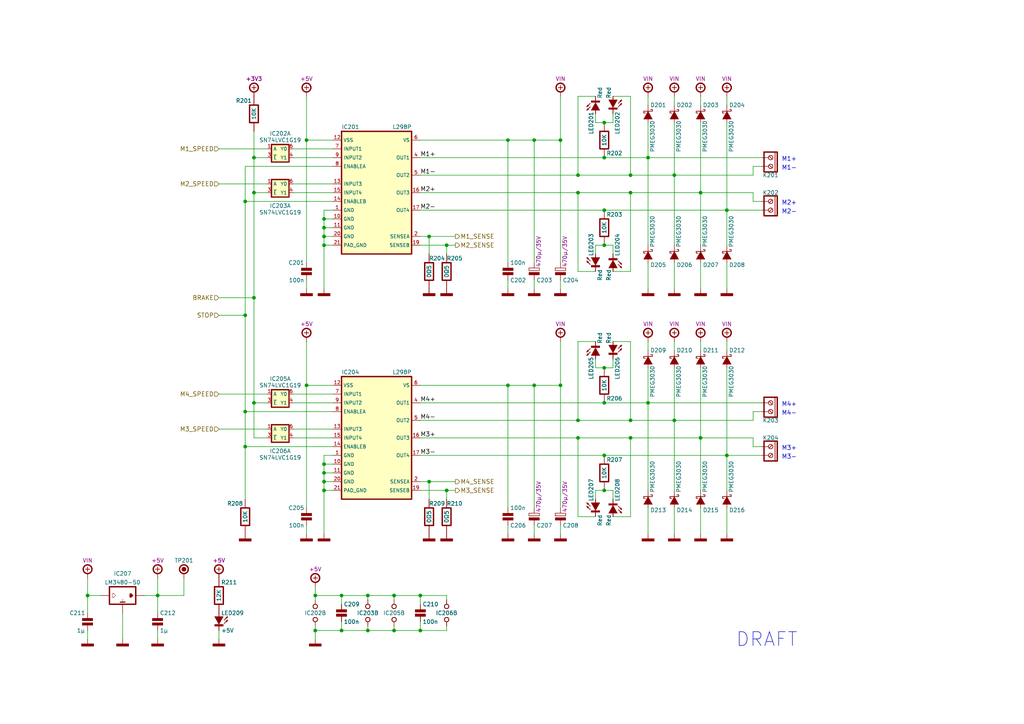
<source format=kicad_sch>
(kicad_sch (version 20211123) (generator eeschema)
  (paper "A4")
  (title_block (title "Motors Driver") (date "01/2022") (rev "A") (comment 1 "TCAR Motor Board - L298P"))
  (junction (at 162.56 111.76) (diameter 0.9144))
  (junction (at 93.98 66.04) (diameter 0.9144))
  (junction (at 129.54 142.24) (diameter 0.9144))
  (junction (at 93.98 63.5))
  (junction (at 93.98 139.7) (diameter 0.9144))
  (junction (at 99.06 182.88) (diameter 0.9144))
  (junction (at 71.12 129.54))
  (junction (at 187.96 116.84) (diameter 0.9144))
  (junction (at 167.64 121.92))
  (junction (at 175.26 45.72) (diameter 0.9144))
  (junction (at 25.4 172.72) (diameter 0.9144))
  (junction (at 71.12 119.38))
  (junction (at 93.98 68.58) (diameter 0.9144))
  (junction (at 93.98 142.24) (diameter 0.9144))
  (junction (at 73.66 116.84) (diameter 0.9144))
  (junction (at 73.66 45.72) (diameter 0.9144))
  (junction (at 73.66 55.88))
  (junction (at 175.26 106.68))
  (junction (at 162.56 40.64) (diameter 0.9144))
  (junction (at 124.46 139.7) (diameter 0.9144))
  (junction (at 182.88 55.88))
  (junction (at 129.54 71.12) (diameter 0.9144))
  (junction (at 195.58 121.92) (diameter 0.9144))
  (junction (at 210.82 60.96) (diameter 0.9144))
  (junction (at 71.12 58.42))
  (junction (at 93.98 71.12) (diameter 0.9144))
  (junction (at 175.26 35.56))
  (junction (at 71.12 91.44))
  (junction (at 210.82 132.08) (diameter 0.9144))
  (junction (at 45.72 172.72) (diameter 0.9144))
  (junction (at 121.92 182.88) (diameter 0.9144))
  (junction (at 106.68 172.72) (diameter 0.9144))
  (junction (at 106.68 182.88) (diameter 0.9144))
  (junction (at 195.58 50.8) (diameter 0.9144))
  (junction (at 93.98 137.16) (diameter 0.9144))
  (junction (at 182.88 121.92))
  (junction (at 121.92 172.72) (diameter 0.9144))
  (junction (at 167.64 55.88))
  (junction (at 114.3 182.88) (diameter 0.9144))
  (junction (at 175.26 71.12))
  (junction (at 91.44 182.88) (diameter 0.9144))
  (junction (at 175.26 142.24))
  (junction (at 182.88 50.8))
  (junction (at 175.26 116.84) (diameter 0.9144))
  (junction (at 114.3 172.72) (diameter 0.9144))
  (junction (at 73.66 86.36))
  (junction (at 203.2 55.88) (diameter 0.9144))
  (junction (at 93.98 134.62))
  (junction (at 91.44 172.72) (diameter 0.9144))
  (junction (at 147.32 40.64) (diameter 0.9144))
  (junction (at 99.06 172.72) (diameter 0.9144))
  (junction (at 175.26 132.08) (diameter 0.9144))
  (junction (at 175.26 60.96) (diameter 0.9144))
  (junction (at 203.2 127) (diameter 0.9144))
  (junction (at 88.9 111.76) (diameter 0.9144))
  (junction (at 88.9 40.64) (diameter 0.9144))
  (junction (at 167.64 127))
  (junction (at 124.46 68.58) (diameter 0.9144))
  (junction (at 187.96 45.72) (diameter 0.9144))
  (junction (at 154.94 40.64) (diameter 0.9144))
  (junction (at 147.32 111.76) (diameter 0.9144))
  (junction (at 154.94 111.76) (diameter 0.9144))
  (junction (at 167.64 50.8))
  (junction (at 182.88 127))
  (wire (pts (xy 121.92 139.7) (xy 124.46 139.7)))
  (wire (pts (xy 210.82 99.06) (xy 210.82 101.6)))
  (wire (pts (xy 187.96 116.84) (xy 220.98 116.84)))
  (wire (pts (xy 172.72 144.78) (xy 172.72 142.24)))
  (wire (pts (xy 172.72 35.56) (xy 175.26 35.56)))
  (wire (pts (xy 162.56 152.4) (xy 162.56 154.94)))
  (wire (pts (xy 167.64 99.06) (xy 172.72 99.06)))
  (wire (pts (xy 167.64 127) (xy 167.64 149.86)))
  (wire (pts (xy 182.88 55.88) (xy 182.88 78.74)))
  (wire (pts (xy 154.94 111.76) (xy 154.94 147.32)))
  (wire (pts (xy 177.8 73.66) (xy 177.8 71.12)))
  (wire (pts (xy 187.96 27.94) (xy 187.96 30.48)))
  (wire (pts (xy 218.44 129.54) (xy 218.44 127)))
  (wire (pts (xy 210.82 147.32) (xy 210.82 154.94)))
  (wire (pts (xy 203.2 35.56) (xy 203.2 55.88)))
  (wire (pts (xy 129.54 172.72) (xy 129.54 173.99)))
  (wire (pts (xy 167.64 50.8) (xy 182.88 50.8)))
  (wire (pts (xy 195.58 50.8) (xy 218.44 50.8)))
  (wire (pts (xy 218.44 48.26) (xy 218.44 50.8)))
  (wire (pts (xy 220.98 48.26) (xy 218.44 48.26)))
  (wire (pts (xy 162.56 99.06) (xy 162.56 111.76)))
  (wire (pts (xy 167.64 27.94) (xy 172.72 27.94)))
  (wire (pts (xy 167.64 121.92) (xy 182.88 121.92)))
  (wire (pts (xy 73.66 55.88) (xy 77.47 55.88)))
  (wire (pts (xy 147.32 111.76) (xy 147.32 147.32)))
  (wire (pts (xy 182.88 27.94) (xy 182.88 50.8)))
  (wire (pts (xy 162.56 81.28) (xy 162.56 83.82)))
  (wire (pts (xy 147.32 81.28) (xy 147.32 83.82)))
  (wire (pts (xy 91.44 182.88) (xy 91.44 185.42)))
  (wire (pts (xy 85.09 127) (xy 96.52 127)))
  (wire (pts (xy 177.8 144.78) (xy 177.8 142.24)))
  (wire (pts (xy 177.8 99.06) (xy 182.88 99.06)))
  (wire (pts (xy 167.64 127) (xy 182.88 127)))
  (wire (pts (xy 93.98 139.7) (xy 96.52 139.7)))
  (wire (pts (xy 195.58 35.56) (xy 195.58 50.8)))
  (wire (pts (xy 121.92 50.8) (xy 167.64 50.8)))
  (wire (pts (xy 121.92 45.72) (xy 175.26 45.72)))
  (wire (pts (xy 175.26 45.72) (xy 187.96 45.72)))
  (wire (pts (xy 187.96 35.56) (xy 187.96 45.72)))
  (wire (pts (xy 154.94 81.28) (xy 154.94 83.82)))
  (wire (pts (xy 203.2 99.06) (xy 203.2 101.6)))
  (wire (pts (xy 195.58 106.68) (xy 195.58 121.92)))
  (wire (pts (xy 63.5 86.36) (xy 73.66 86.36)))
  (wire (pts (xy 106.68 172.72) (xy 106.68 173.99)))
  (wire (pts (xy 53.34 167.64) (xy 53.34 172.72)))
  (wire (pts (xy 147.32 111.76) (xy 154.94 111.76)))
  (wire (pts (xy 162.56 111.76) (xy 162.56 147.32)))
  (wire (pts (xy 45.72 182.88) (xy 45.72 185.42)))
  (wire (pts (xy 124.46 68.58) (xy 124.46 73.66)))
  (wire (pts (xy 203.2 27.94) (xy 203.2 30.48)))
  (wire (pts (xy 124.46 139.7) (xy 132.08 139.7)))
  (wire (pts (xy 210.82 106.68) (xy 210.82 132.08)))
  (wire (pts (xy 167.64 78.74) (xy 172.72 78.74)))
  (wire (pts (xy 73.66 127) (xy 73.66 116.84)))
  (wire (pts (xy 182.88 55.88) (xy 203.2 55.88)))
  (wire (pts (xy 63.5 124.46) (xy 77.47 124.46)))
  (wire (pts (xy 121.92 68.58) (xy 124.46 68.58)))
  (wire (pts (xy 124.46 68.58) (xy 132.08 68.58)))
  (wire (pts (xy 88.9 27.94) (xy 88.9 40.64)))
  (wire (pts (xy 88.9 40.64) (xy 88.9 76.2)))
  (wire (pts (xy 203.2 76.2) (xy 203.2 83.82)))
  (wire (pts (xy 63.5 91.44) (xy 71.12 91.44)))
  (wire (pts (xy 195.58 121.92) (xy 218.44 121.92)))
  (wire (pts (xy 91.44 182.88) (xy 99.06 182.88)))
  (wire (pts (xy 99.06 182.88) (xy 106.68 182.88)))
  (wire (pts (xy 106.68 182.88) (xy 114.3 182.88)))
  (wire (pts (xy 114.3 182.88) (xy 121.92 182.88)))
  (wire (pts (xy 203.2 142.24) (xy 203.2 127)))
  (wire (pts (xy 63.5 53.34) (xy 77.47 53.34)))
  (wire (pts (xy 88.9 81.28) (xy 88.9 83.82)))
  (wire (pts (xy 99.06 172.72) (xy 106.68 172.72)))
  (wire (pts (xy 106.68 172.72) (xy 114.3 172.72)))
  (wire (pts (xy 114.3 172.72) (xy 121.92 172.72)))
  (wire (pts (xy 121.92 172.72) (xy 129.54 172.72)))
  (wire (pts (xy 25.4 172.72) (xy 25.4 177.8)))
  (wire (pts (xy 182.88 99.06) (xy 182.88 121.92)))
  (wire (pts (xy 124.46 139.7) (xy 124.46 144.78)))
  (wire (pts (xy 73.66 45.72) (xy 73.66 38.1)))
  (wire (pts (xy 73.66 55.88) (xy 73.66 45.72)))
  (wire (pts (xy 129.54 142.24) (xy 129.54 144.78)))
  (wire (pts (xy 93.98 137.16) (xy 93.98 139.7)))
  (wire (pts (xy 167.64 55.88) (xy 182.88 55.88)))
  (wire (pts (xy 177.8 27.94) (xy 182.88 27.94)))
  (wire (pts (xy 96.52 132.08) (xy 93.98 132.08)))
  (wire (pts (xy 93.98 137.16) (xy 96.52 137.16)))
  (wire (pts (xy 129.54 181.61) (xy 129.54 182.88)))
  (wire (pts (xy 167.64 99.06) (xy 167.64 121.92)))
  (wire (pts (xy 93.98 139.7) (xy 93.98 142.24)))
  (wire (pts (xy 210.82 132.08) (xy 220.98 132.08)))
  (wire (pts (xy 175.26 71.12) (xy 177.8 71.12)))
  (wire (pts (xy 45.72 172.72) (xy 53.34 172.72)))
  (wire (pts (xy 25.4 182.88) (xy 25.4 185.42)))
  (wire (pts (xy 154.94 40.64) (xy 154.94 76.2)))
  (wire (pts (xy 210.82 35.56) (xy 210.82 60.96)))
  (wire (pts (xy 121.92 127) (xy 167.64 127)))
  (wire (pts (xy 187.96 106.68) (xy 187.96 116.84)))
  (wire (pts (xy 203.2 147.32) (xy 203.2 154.94)))
  (wire (pts (xy 45.72 167.64) (xy 45.72 172.72)))
  (wire (pts (xy 71.12 119.38) (xy 96.52 119.38)))
  (wire (pts (xy 63.5 182.88) (xy 63.5 185.42)))
  (wire (pts (xy 121.92 182.88) (xy 129.54 182.88)))
  (wire (pts (xy 73.66 86.36) (xy 73.66 116.84)))
  (wire (pts (xy 25.4 167.64) (xy 25.4 172.72)))
  (wire (pts (xy 129.54 142.24) (xy 132.08 142.24)))
  (wire (pts (xy 195.58 50.8) (xy 195.58 71.12)))
  (wire (pts (xy 93.98 68.58) (xy 96.52 68.58)))
  (wire (pts (xy 85.09 45.72) (xy 96.52 45.72)))
  (wire (pts (xy 41.91 172.72) (xy 45.72 172.72)))
  (wire (pts (xy 187.96 76.2) (xy 187.96 83.82)))
  (wire (pts (xy 218.44 55.88) (xy 203.2 55.88)))
  (wire (pts (xy 218.44 58.42) (xy 218.44 55.88)))
  (wire (pts (xy 220.98 58.42) (xy 218.44 58.42)))
  (wire (pts (xy 45.72 172.72) (xy 45.72 177.8)))
  (wire (pts (xy 172.72 33.02) (xy 172.72 35.56)))
  (wire (pts (xy 121.92 111.76) (xy 147.32 111.76)))
  (wire (pts (xy 99.06 172.72) (xy 99.06 175.26)))
  (wire (pts (xy 71.12 48.26) (xy 96.52 48.26)))
  (wire (pts (xy 167.64 55.88) (xy 167.64 78.74)))
  (wire (pts (xy 121.92 121.92) (xy 167.64 121.92)))
  (wire (pts (xy 121.92 132.08) (xy 175.26 132.08)))
  (wire (pts (xy 195.58 147.32) (xy 195.58 154.94)))
  (wire (pts (xy 88.9 152.4) (xy 88.9 154.94)))
  (wire (pts (xy 129.54 71.12) (xy 129.54 73.66)))
  (wire (pts (xy 177.8 104.14) (xy 177.8 106.68)))
  (wire (pts (xy 175.26 132.08) (xy 210.82 132.08)))
  (wire (pts (xy 187.96 116.84) (xy 187.96 142.24)))
  (wire (pts (xy 93.98 63.5) (xy 93.98 66.04)))
  (wire (pts (xy 93.98 66.04) (xy 93.98 68.58)))
  (wire (pts (xy 93.98 68.58) (xy 93.98 71.12)))
  (wire (pts (xy 93.98 71.12) (xy 93.98 83.82)))
  (wire (pts (xy 96.52 63.5) (xy 93.98 63.5)))
  (wire (pts (xy 114.3 172.72) (xy 114.3 173.99)))
  (wire (pts (xy 85.09 55.88) (xy 96.52 55.88)))
  (wire (pts (xy 99.06 180.34) (xy 99.06 182.88)))
  (wire (pts (xy 88.9 111.76) (xy 96.52 111.76)))
  (wire (pts (xy 121.92 40.64) (xy 147.32 40.64)))
  (wire (pts (xy 147.32 40.64) (xy 154.94 40.64)))
  (wire (pts (xy 154.94 40.64) (xy 162.56 40.64)))
  (wire (pts (xy 85.09 116.84) (xy 96.52 116.84)))
  (wire (pts (xy 210.82 142.24) (xy 210.82 132.08)))
  (wire (pts (xy 71.12 58.42) (xy 96.52 58.42)))
  (wire (pts (xy 93.98 134.62) (xy 93.98 137.16)))
  (wire (pts (xy 63.5 114.3) (xy 77.47 114.3)))
  (wire (pts (xy 93.98 132.08) (xy 93.98 134.62)))
  (wire (pts (xy 35.56 177.8) (xy 35.56 185.42)))
  (wire (pts (xy 167.64 27.94) (xy 167.64 50.8)))
  (wire (pts (xy 175.26 35.56) (xy 177.8 35.56)))
  (wire (pts (xy 172.72 73.66) (xy 172.72 71.12)))
  (wire (pts (xy 220.98 129.54) (xy 218.44 129.54)))
  (wire (pts (xy 91.44 170.18) (xy 91.44 172.72)))
  (wire (pts (xy 167.64 149.86) (xy 172.72 149.86)))
  (wire (pts (xy 91.44 172.72) (xy 91.44 173.99)))
  (wire (pts (xy 29.21 172.72) (xy 25.4 172.72)))
  (wire (pts (xy 175.26 116.84) (xy 187.96 116.84)))
  (wire (pts (xy 182.88 127) (xy 203.2 127)))
  (wire (pts (xy 93.98 66.04) (xy 96.52 66.04)))
  (wire (pts (xy 172.72 104.14) (xy 172.72 106.68)))
  (wire (pts (xy 172.72 71.12) (xy 175.26 71.12)))
  (wire (pts (xy 85.09 43.18) (xy 96.52 43.18)))
  (wire (pts (xy 162.56 27.94) (xy 162.56 40.64)))
  (wire (pts (xy 162.56 40.64) (xy 162.56 76.2)))
  (wire (pts (xy 187.96 45.72) (xy 187.96 71.12)))
  (wire (pts (xy 220.98 119.38) (xy 218.44 119.38)))
  (wire (pts (xy 71.12 129.54) (xy 96.52 129.54)))
  (wire (pts (xy 172.72 106.68) (xy 175.26 106.68)))
  (wire (pts (xy 175.26 106.68) (xy 177.8 106.68)))
  (wire (pts (xy 71.12 58.42) (xy 71.12 48.26)))
  (wire (pts (xy 88.9 40.64) (xy 96.52 40.64)))
  (wire (pts (xy 73.66 45.72) (xy 77.47 45.72)))
  (wire (pts (xy 85.09 53.34) (xy 96.52 53.34)))
  (wire (pts (xy 195.58 27.94) (xy 195.58 30.48)))
  (wire (pts (xy 218.44 119.38) (xy 218.44 121.92)))
  (wire (pts (xy 91.44 181.61) (xy 91.44 182.88)))
  (wire (pts (xy 71.12 91.44) (xy 71.12 58.42)))
  (wire (pts (xy 182.88 50.8) (xy 195.58 50.8)))
  (wire (pts (xy 187.96 147.32) (xy 187.96 154.94)))
  (wire (pts (xy 96.52 60.96) (xy 93.98 60.96)))
  (wire (pts (xy 93.98 142.24) (xy 96.52 142.24)))
  (wire (pts (xy 121.92 55.88) (xy 167.64 55.88)))
  (wire (pts (xy 203.2 71.12) (xy 203.2 55.88)))
  (wire (pts (xy 195.58 121.92) (xy 195.58 142.24)))
  (wire (pts (xy 85.09 114.3) (xy 96.52 114.3)))
  (wire (pts (xy 210.82 27.94) (xy 210.82 30.48)))
  (wire (pts (xy 182.88 127) (xy 182.88 149.86)))
  (wire (pts (xy 93.98 60.96) (xy 93.98 63.5)))
  (wire (pts (xy 121.92 180.34) (xy 121.92 182.88)))
  (wire (pts (xy 121.92 71.12) (xy 129.54 71.12)))
  (wire (pts (xy 129.54 71.12) (xy 132.08 71.12)))
  (wire (pts (xy 88.9 99.06) (xy 88.9 111.76)))
  (wire (pts (xy 88.9 111.76) (xy 88.9 147.32)))
  (wire (pts (xy 73.66 116.84) (xy 77.47 116.84)))
  (wire (pts (xy 71.12 144.78) (xy 71.12 129.54)))
  (wire (pts (xy 91.44 172.72) (xy 99.06 172.72)))
  (wire (pts (xy 147.32 40.64) (xy 147.32 76.2)))
  (wire (pts (xy 195.58 76.2) (xy 195.58 83.82)))
  (wire (pts (xy 182.88 121.92) (xy 195.58 121.92)))
  (wire (pts (xy 121.92 116.84) (xy 175.26 116.84)))
  (wire (pts (xy 210.82 76.2) (xy 210.82 83.82)))
  (wire (pts (xy 203.2 106.68) (xy 203.2 127)))
  (wire (pts (xy 71.12 129.54) (xy 71.12 119.38)))
  (wire (pts (xy 175.26 142.24) (xy 177.8 142.24)))
  (wire (pts (xy 63.5 43.18) (xy 77.47 43.18)))
  (wire (pts (xy 96.52 134.62) (xy 93.98 134.62)))
  (wire (pts (xy 177.8 33.02) (xy 177.8 35.56)))
  (wire (pts (xy 85.09 124.46) (xy 96.52 124.46)))
  (wire (pts (xy 172.72 142.24) (xy 175.26 142.24)))
  (wire (pts (xy 177.8 149.86) (xy 182.88 149.86)))
  (wire (pts (xy 121.92 142.24) (xy 129.54 142.24)))
  (wire (pts (xy 93.98 71.12) (xy 96.52 71.12)))
  (wire (pts (xy 187.96 99.06) (xy 187.96 101.6)))
  (wire (pts (xy 106.68 181.61) (xy 106.68 182.88)))
  (wire (pts (xy 121.92 60.96) (xy 175.26 60.96)))
  (wire (pts (xy 175.26 60.96) (xy 210.82 60.96)))
  (wire (pts (xy 210.82 71.12) (xy 210.82 60.96)))
  (wire (pts (xy 73.66 127) (xy 77.47 127)))
  (wire (pts (xy 71.12 119.38) (xy 71.12 91.44)))
  (wire (pts (xy 154.94 111.76) (xy 162.56 111.76)))
  (wire (pts (xy 73.66 55.88) (xy 73.66 86.36)))
  (wire (pts (xy 114.3 181.61) (xy 114.3 182.88)))
  (wire (pts (xy 187.96 45.72) (xy 220.98 45.72)))
  (wire (pts (xy 210.82 60.96) (xy 220.98 60.96)))
  (wire (pts (xy 147.32 152.4) (xy 147.32 154.94)))
  (wire (pts (xy 121.92 172.72) (xy 121.92 175.26)))
  (wire (pts (xy 154.94 152.4) (xy 154.94 154.94)))
  (wire (pts (xy 218.44 127) (xy 203.2 127)))
  (wire (pts (xy 177.8 78.74) (xy 182.88 78.74)))
  (wire (pts (xy 195.58 99.06) (xy 195.58 101.6)))
  (wire (pts (xy 93.98 142.24) (xy 93.98 154.94)))
  (text "M3-\n" (at 231.14 133.35 180) (effects (font (size 1.27 1.27)) (justify right bottom)))
  (text "M1+" (at 231.14 46.99 180) (effects (font (size 1.27 1.27)) (justify right bottom)))
  (text "M2+" (at 231.14 59.69 180) (effects (font (size 1.27 1.27)) (justify right bottom)))
  (text "M4-\n" (at 231.14 120.65 180) (effects (font (size 1.27 1.27)) (justify right bottom)))
  (text "M2-\n" (at 231.14 62.23 180) (effects (font (size 1.27 1.27)) (justify right bottom)))
  (text "DRAFT" (at 213.36 187.96 0) (effects (font (size 4 4)) (justify left bottom)))
  (text "M3+" (at 231.14 130.81 180) (effects (font (size 1.27 1.27)) (justify right bottom)))
  (text "M4+" (at 231.14 118.11 180) (effects (font (size 1.27 1.27)) (justify right bottom)))
  (text "M1-\n" (at 231.14 49.53 180) (effects (font (size 1.27 1.27)) (justify right bottom)))
  (label "M4-" (at 121.92 121.92 0))
  (label "M1-" (at 121.92 50.8 0))
  (label "M1+" (at 121.92 45.72 0))
  (label "M3+" (at 121.92 127 0))
  (label "M2+" (at 121.92 55.88 0))
  (label "M3-" (at 121.92 132.08 0))
  (label "M2-" (at 121.92 60.96 0))
  (label "M4+" (at 121.92 116.84 0))
  (hierarchical_label "M4_SENSE" (shape output) (at 132.08 139.7 0))
  (hierarchical_label "M3_SPEED" (shape input) (at 63.5 124.46 180))
  (hierarchical_label "M4_SPEED" (shape input) (at 63.5 114.3 180))
  (hierarchical_label "M1_SPEED" (shape input) (at 63.5 43.18 180))
  (hierarchical_label "M2_SPEED" (shape input) (at 63.5 53.34 180))
  (hierarchical_label "M1_SENSE" (shape output) (at 132.08 68.58 0))
  (hierarchical_label "M3_SENSE" (shape output) (at 132.08 142.24 0))
  (hierarchical_label "STOP" (shape input) (at 63.5 91.44 180))
  (hierarchical_label "BRAKE" (shape input) (at 63.5 86.36 180))
  (hierarchical_label "M2_SENSE" (shape output) (at 132.08 71.12 0))
  (symbol (lib_id "tronixio:POWER-VIN") (at 195.58 99.06 0) (unit 1)
    (property "Reference" "#PWR0222" (effects hide))
    (property "Value" "POWER-VIN" (effects hide))
    (property "Name" "VIN" (at 195.58 93.98 0) (effects (font (size 1.15 1.15))))
  )
  (symbol (lib_id "tronixio:POWER-GND") (at 63.5 185.42 0) (unit 1)
    (property "Reference" "#PWR0244" (effects hide))
    (property "Value" "POWER-GND" (effects hide))
  )
  (symbol (lib_id "tronixio:PMEG3030") (at 210.82 104.14 270) (unit 1)
    (property "Reference" "D212" (at 211.455 101.6 90) (effects (font (size 1.15 1.15)) (justify left)))
    (property "Value" "PMEG3030" (at 212.09 106.045 0) (effects (font (size 1.15 1.15)) (justify left)))
    (property "Footprint" "tronixio:SOD-128" (effects hide))
    (property "Datasheet" "https://www.nexperia.com/search.html?q=pmeg3030&searchCategory=product" (effects hide))
    (property "MOUSER" "771-PMEG3030EP115" (effects hide))
  )
  (symbol (lib_id "tronixio:UVZ-470U-35V") (at 154.94 149.86 0) (unit 1)
    (property "Reference" "C207" (at 155.575 152.4 0) (effects (font (size 1.15 1.15)) (justify left)))
    (property "Value" "UVZ-470U-35V" (effects hide))
    (property "Footprint" "tronixio:zzzCAPACITOR-ELECTROLYTIC-RADIAL-100-160-050" (effects hide))
    (property "Datasheet" "http://www.nichicon.co.jp/english/products/pdfs/e-uvz.pdf" (effects hide))
    (property "Name" "470µ/35V" (at 156.21 148.59 90) (effects (font (size 1.15 1.15)) (justify left)))
    (property "MOUSER" "UVZ1V471MPD" (effects hide))
  )
  (symbol (lib_id "tronixio:LED-1206-RED") (at 172.72 76.2 90) (unit 1)
    (property "Reference" "LED203" (at 171.45 74.295 0) (effects (font (size 1.15 1.15)) (justify left)))
    (property "Value" "Red" (at 173.99 78.105 0) (effects (font (size 1.15 1.15)) (justify right)))
    (property "Footprint" "tronixio:LED-1206" (effects hide))
    (property "Datasheet" "http://www.kingbrightusa.com/images/catalog/SPEC/APT3216LSECK-J3-PRV.pdf" (effects hide))
    (property "MOUSER" "604-APT3216LSECKJ3RV" (effects hide))
  )
  (symbol (lib_id "tronixio:PMEG3030") (at 195.58 33.02 270) (unit 1)
    (property "Reference" "D202" (at 196.215 30.48 90) (effects (font (size 1.15 1.15)) (justify left)))
    (property "Value" "PMEG3030" (at 196.85 34.925 0) (effects (font (size 1.15 1.15)) (justify left)))
    (property "Footprint" "tronixio:SOD-128" (effects hide))
    (property "Datasheet" "https://www.nexperia.com/search.html?q=pmeg3030&searchCategory=product" (effects hide))
    (property "MOUSER" "771-PMEG3030EP115" (effects hide))
  )
  (symbol (lib_id "tronixio:POWER-VIN") (at 187.96 99.06 0) (unit 1)
    (property "Reference" "#PWR0221" (effects hide))
    (property "Value" "POWER-VIN" (effects hide))
    (property "Name" "VIN" (at 187.96 93.98 0) (effects (font (size 1.15 1.15))))
  )
  (symbol (lib_id "tronixio:LED-1206-RED") (at 177.8 76.2 270) (unit 1)
    (property "Reference" "LED204" (at 179.07 74.295 0) (effects (font (size 1.15 1.15)) (justify right)))
    (property "Value" "Red" (at 176.53 78.105 0) (effects (font (size 1.15 1.15)) (justify left)))
    (property "Footprint" "tronixio:LED-1206" (effects hide))
    (property "Datasheet" "http://www.kingbrightusa.com/images/catalog/SPEC/APT3216LSECK-J3-PRV.pdf" (effects hide))
    (property "MOUSER" "604-APT3216LSECKJ3RV" (effects hide))
  )
  (symbol (lib_id "tronixio:PMEG3030") (at 187.96 144.78 270) (unit 1)
    (property "Reference" "D213" (at 188.595 147.955 90) (effects (font (size 1.15 1.15)) (justify left)))
    (property "Value" "PMEG3030" (at 189.23 142.875 0) (effects (font (size 1.15 1.15)) (justify right)))
    (property "Footprint" "tronixio:SOD-128" (effects hide))
    (property "Datasheet" "https://www.nexperia.com/search.html?q=pmeg3030&searchCategory=product" (effects hide))
    (property "MOUSER" "771-PMEG3030EP115" (effects hide))
  )
  (symbol (lib_id "tronixio:POWER-GND") (at 203.2 154.94 0) (unit 1)
    (property "Reference" "#PWR0235" (effects hide))
    (property "Value" "POWER-GND" (effects hide))
  )
  (symbol (lib_id "tronixio:POWER-+3V3") (at 73.66 27.94 0) (unit 1)
    (property "Reference" "#PWR0201" (effects hide))
    (property "Value" "POWER-+3V3" (effects hide))
    (property "Name" "+3V3" (at 73.66 22.86 0) (effects (font (size 1.15 1.15))))
  )
  (symbol (lib_id "tronixio:POWER-GND") (at 147.32 83.82 0) (unit 1)
    (property "Reference" "#PWR0212" (effects hide))
    (property "Value" "POWER-GND" (effects hide))
  )
  (symbol (lib_id "tronixio:POWER-+5V") (at 88.9 27.94 0) (unit 1)
    (property "Reference" "#PWR0202" (effects hide))
    (property "Value" "POWER-+5V" (effects hide))
    (property "Name" "+5V" (at 88.9 22.86 0) (effects (font (size 1.15 1.15))))
  )
  (symbol (lib_id "tronixio:PMEG3030") (at 203.2 104.14 270) (unit 1)
    (property "Reference" "D211" (at 203.835 101.6 90) (effects (font (size 1.15 1.15)) (justify left)))
    (property "Value" "PMEG3030" (at 204.47 106.045 0) (effects (font (size 1.15 1.15)) (justify left)))
    (property "Footprint" "tronixio:SOD-128" (effects hide))
    (property "Datasheet" "https://www.nexperia.com/search.html?q=pmeg3030&searchCategory=product" (effects hide))
    (property "MOUSER" "771-PMEG3030EP115" (effects hide))
  )
  (symbol (lib_id "tronixio:POWER-VIN") (at 203.2 99.06 0) (unit 1)
    (property "Reference" "#PWR0223" (effects hide))
    (property "Value" "POWER-VIN" (effects hide))
    (property "Name" "VIN" (at 203.2 93.98 0) (effects (font (size 1.15 1.15))))
  )
  (symbol (lib_id "tronixio:R-1210") (at 71.12 149.86 0) (unit 1)
    (property "Reference" "R208" (at 70.485 146.05 0) (effects (font (size 1.15 1.15)) (justify right)))
    (property "Value" "10K" (at 71.12 149.86 90) (effects (font (size 1.15 1.15))))
    (property "Footprint" "tronixio:RESISTOR-1206" (effects hide))
  )
  (symbol (lib_id "tronixio:C-1206") (at 88.9 78.74 0) (unit 1)
    (property "Reference" "C201" (at 88.265 76.2 0) (effects (font (size 1.15 1.15)) (justify right)))
    (property "Value" "100n" (at 88.265 81.28 0) (effects (font (size 1.15 1.15)) (justify right)))
    (property "Footprint" "tronixio:CAPACITOR-1206" (effects hide))
  )
  (symbol (lib_id "tronixio:POWER-GND") (at 124.46 154.94 0) (unit 1)
    (property "Reference" "#PWR0228" (effects hide))
    (property "Value" "POWER-GND" (effects hide))
  )
  (symbol (lib_id "tronixio:POWER-VIN") (at 162.56 99.06 0) (unit 1)
    (property "Reference" "#PWR0220" (effects hide))
    (property "Value" "POWER-VIN" (effects hide))
    (property "Name" "VIN" (at 162.56 93.98 0) (effects (font (size 1.15 1.15))))
  )
  (symbol (lib_id "tronixio:LED-1206-RED") (at 177.8 101.6 270) (mirror x) (unit 1)
    (property "Reference" "LED206" (at 179.07 103.505 0) (effects (font (size 1.15 1.15)) (justify right)))
    (property "Value" "Red" (at 176.53 99.695 0) (effects (font (size 1.15 1.15)) (justify left)))
    (property "Footprint" "tronixio:LED-1206" (effects hide))
    (property "Datasheet" "http://www.kingbrightusa.com/images/catalog/SPEC/APT3216LSECK-J3-PRV.pdf" (effects hide))
    (property "MOUSER" "604-APT3216LSECKJ3RV" (effects hide))
  )
  (symbol (lib_id "tronixio:C-1206") (at 25.4 180.34 0) (unit 1)
    (property "Reference" "C211" (at 24.765 177.8 0) (effects (font (size 1.15 1.15)) (justify right)))
    (property "Value" "1µ" (at 24.765 182.88 0) (effects (font (size 1.15 1.15)) (justify right)))
    (property "Footprint" "tronixio:CAPACITOR-1206" (effects hide))
  )
  (symbol (lib_id "tronixio:POWER-GND") (at 162.56 154.94 0) (unit 1)
    (property "Reference" "#PWR0232" (effects hide))
    (property "Value" "POWER-GND" (effects hide))
  )
  (symbol (lib_id "tronixio:POWER-GND") (at 88.9 154.94 0) (unit 1)
    (property "Reference" "#PWR0226" (effects hide))
    (property "Value" "POWER-GND" (effects hide))
  )
  (symbol (lib_id "tronixio:CUI-TB006-508-02BE") (at 223.52 58.42 0) (unit 1)
    (property "Reference" "K202" (at 223.52 55.88 0) (effects (font (size 1.15 1.15))))
    (property "Value" "MOTOR 2" (effects hide))
    (property "Footprint" "tronixio:CUI-TB006-508-02BE" (effects hide))
    (property "Datasheet" "https://www.cuidevices.com/product/interconnect/connectors/terminal-blocks/tb006-508-series" (effects hide))
    (property "MOUSER" "490-TB006-508-02BE" (effects hide))
  )
  (symbol (lib_id "tronixio:C-1206") (at 147.32 149.86 0) (unit 1)
    (property "Reference" "C206" (at 147.955 152.4 0) (effects (font (size 1.15 1.15)) (justify left)))
    (property "Value" "100n" (at 147.955 147.32 0) (effects (font (size 1.15 1.15)) (justify left)))
    (property "Footprint" "tronixio:CAPACITOR-1206" (effects hide))
  )
  (symbol (lib_id "tronixio:SN74LVC1G19-SOT") (at 81.28 115.57 0) (unit 1)
    (property "Reference" "IC205" (at 81.28 109.855 0) (effects (font (size 1.15 1.15))))
    (property "Value" "SN74LVC1G19" (at 81.28 111.76 0) (effects (font (size 1.15 1.15))))
    (property "Footprint" "tronixio:SOT-23-6" (effects hide))
    (property "Datasheet" "http://www.ti.com/product/SN74LVC1G19" (effects hide))
    (property "MOUSER" "595-SN74LVC1G19DBVR" (effects hide))
  )
  (symbol (lib_id "tronixio:POWER-GND") (at 88.9 83.82 0) (unit 1)
    (property "Reference" "#PWR0208" (effects hide))
    (property "Value" "POWER-GND" (effects hide))
  )
  (symbol (lib_id "tronixio:UVZ-470U-35V") (at 162.56 78.74 0) (unit 1)
    (property "Reference" "C204" (at 163.195 81.28 0) (effects (font (size 1.15 1.15)) (justify left)))
    (property "Value" "UVZ-470U-35V" (effects hide))
    (property "Footprint" "tronixio:zzzCAPACITOR-ELECTROLYTIC-RADIAL-100-160-050" (effects hide))
    (property "Datasheet" "http://www.nichicon.co.jp/english/products/pdfs/e-uvz.pdf" (effects hide))
    (property "Name" "470µ/35V" (at 163.83 77.47 90) (effects (font (size 1.15 1.15)) (justify left)))
    (property "MOUSER" "UVZ1V471MPD" (effects hide))
  )
  (symbol (lib_id "tronixio:CUI-TB006-508-02BE") (at 223.52 119.38 0) (mirror x) (unit 1)
    (property "Reference" "K203" (at 223.52 121.92 0) (effects (font (size 1.15 1.15))))
    (property "Value" "MOTOR 4" (effects hide))
    (property "Footprint" "tronixio:CUI-TB006-508-02BE" (effects hide))
    (property "Datasheet" "https://www.cuidevices.com/product/interconnect/connectors/terminal-blocks/tb006-508-series" (effects hide))
    (property "MOUSER" "490-TB006-508-02BE" (effects hide))
  )
  (symbol (lib_id "tronixio:PMEG3030") (at 187.96 104.14 270) (unit 1)
    (property "Reference" "D209" (at 188.595 101.6 90) (effects (font (size 1.15 1.15)) (justify left)))
    (property "Value" "PMEG3030" (at 189.23 106.045 0) (effects (font (size 1.15 1.15)) (justify left)))
    (property "Footprint" "tronixio:SOD-128" (effects hide))
    (property "Datasheet" "https://www.nexperia.com/search.html?q=pmeg3030&searchCategory=product" (effects hide))
    (property "MOUSER" "771-PMEG3030EP115" (effects hide))
  )
  (symbol (lib_id "tronixio:SN74LVC1G19-SOT") (at 81.28 125.73 0) (unit 1)
    (property "Reference" "IC206" (at 81.28 130.81 0) (effects (font (size 1.15 1.15))))
    (property "Value" "SN74LVC1G19" (at 81.28 132.715 0) (effects (font (size 1.15 1.15))))
    (property "Footprint" "tronixio:SOT-23-6" (effects hide))
    (property "Datasheet" "http://www.ti.com/product/SN74LVC1G19" (effects hide))
    (property "MOUSER" "595-SN74LVC1G19DBVR" (effects hide))
  )
  (symbol (lib_id "tronixio:POWER-GND") (at 25.4 185.42 0) (unit 1)
    (property "Reference" "#PWR0241" (effects hide))
    (property "Value" "POWER-GND" (effects hide))
  )
  (symbol (lib_id "tronixio:POWER-+5V") (at 91.44 170.18 0) (unit 1)
    (property "Reference" "#PWR0240" (effects hide))
    (property "Value" "POWER-+5V" (effects hide))
    (property "Name" "+5V" (at 91.44 165.1 0) (effects (font (size 1.15 1.15))))
  )
  (symbol (lib_id "tronixio:POWER-GND") (at 187.96 83.82 0) (unit 1)
    (property "Reference" "#PWR0215" (effects hide))
    (property "Value" "POWER-GND" (effects hide))
  )
  (symbol (lib_id "tronixio:LED-1206-RED") (at 177.8 147.32 270) (unit 1)
    (property "Reference" "LED208" (at 179.07 145.415 0) (effects (font (size 1.15 1.15)) (justify right)))
    (property "Value" "Red" (at 176.53 149.225 0) (effects (font (size 1.15 1.15)) (justify left)))
    (property "Footprint" "tronixio:LED-1206" (effects hide))
    (property "Datasheet" "http://www.kingbrightusa.com/images/catalog/SPEC/APT3216LSECK-J3-PRV.pdf" (effects hide))
    (property "MOUSER" "604-APT3216LSECKJ3RV" (effects hide))
  )
  (symbol (lib_id "tronixio:SN74LVC1G19-SOT") (at 81.28 54.61 0) (unit 1)
    (property "Reference" "IC203" (at 81.28 59.69 0) (effects (font (size 1.15 1.15))))
    (property "Value" "SN74LVC1G19" (at 81.28 61.595 0) (effects (font (size 1.15 1.15))))
    (property "Footprint" "tronixio:SOT-23-6" (effects hide))
    (property "Datasheet" "http://www.ti.com/product/SN74LVC1G19" (effects hide))
    (property "MOUSER" "595-SN74LVC1G19DBVR" (effects hide))
  )
  (symbol (lib_id "tronixio:POWER-+5V") (at 88.9 99.06 0) (unit 1)
    (property "Reference" "#PWR0219" (effects hide))
    (property "Value" "POWER-+5V" (effects hide))
    (property "Name" "+5V" (at 88.9 93.98 0) (effects (font (size 1.15 1.15))))
  )
  (symbol (lib_id "tronixio:POWER-GND") (at 45.72 185.42 0) (unit 1)
    (property "Reference" "#PWR0243" (effects hide))
    (property "Value" "POWER-GND" (effects hide))
  )
  (symbol (lib_id "tronixio:POWER-+5V") (at 45.72 167.64 0) (unit 1)
    (property "Reference" "#PWR0239" (effects hide))
    (property "Value" "POWER-+5V" (effects hide))
    (property "Name" "+5V" (at 45.72 162.56 0) (effects (font (size 1.15 1.15))))
  )
  (symbol (lib_id "tronixio:PMEG3030") (at 195.58 144.78 270) (unit 1)
    (property "Reference" "D214" (at 196.215 147.955 90) (effects (font (size 1.15 1.15)) (justify left)))
    (property "Value" "PMEG3030" (at 196.85 142.875 0) (effects (font (size 1.15 1.15)) (justify right)))
    (property "Footprint" "tronixio:SOD-128" (effects hide))
    (property "Datasheet" "https://www.nexperia.com/search.html?q=pmeg3030&searchCategory=product" (effects hide))
    (property "MOUSER" "771-PMEG3030EP115" (effects hide))
  )
  (symbol (lib_id "tronixio:POWER-GND") (at 129.54 154.94 0) (unit 1)
    (property "Reference" "#PWR0229" (effects hide))
    (property "Value" "POWER-GND" (effects hide))
  )
  (symbol (lib_id "tronixio:POWER-GND") (at 203.2 83.82 0) (unit 1)
    (property "Reference" "#PWR0217" (effects hide))
    (property "Value" "POWER-GND" (effects hide))
  )
  (symbol (lib_id "tronixio:C-1206") (at 45.72 180.34 0) (unit 1)
    (property "Reference" "C212" (at 46.355 177.8 0) (effects (font (size 1.15 1.15)) (justify left)))
    (property "Value" "1µ" (at 46.355 182.88 0) (effects (font (size 1.15 1.15)) (justify left)))
    (property "Footprint" "tronixio:CAPACITOR-1206" (effects hide))
  )
  (symbol (lib_id "tronixio:POWER-GND") (at 210.82 154.94 0) (unit 1)
    (property "Reference" "#PWR0236" (effects hide))
    (property "Value" "POWER-GND" (effects hide))
  )
  (symbol (lib_id "tronixio:PMEG3030") (at 210.82 144.78 270) (unit 1)
    (property "Reference" "D216" (at 211.455 147.955 90) (effects (font (size 1.15 1.15)) (justify left)))
    (property "Value" "PMEG3030" (at 212.09 142.875 0) (effects (font (size 1.15 1.15)) (justify right)))
    (property "Footprint" "tronixio:SOD-128" (effects hide))
    (property "Datasheet" "https://www.nexperia.com/search.html?q=pmeg3030&searchCategory=product" (effects hide))
    (property "MOUSER" "771-PMEG3030EP115" (effects hide))
  )
  (symbol (lib_id "tronixio:PMEG3030") (at 210.82 33.02 270) (unit 1)
    (property "Reference" "D204" (at 211.455 30.48 90) (effects (font (size 1.15 1.15)) (justify left)))
    (property "Value" "PMEG3030" (at 212.09 34.925 0) (effects (font (size 1.15 1.15)) (justify left)))
    (property "Footprint" "tronixio:SOD-128" (effects hide))
    (property "Datasheet" "https://www.nexperia.com/search.html?q=pmeg3030&searchCategory=product" (effects hide))
    (property "MOUSER" "771-PMEG3030EP115" (effects hide))
  )
  (symbol (lib_id "tronixio:SN74LVC1G19-SOT") (at 129.54 177.8 0) (unit 2)
    (property "Reference" "IC206" (at 129.54 177.8 0) (effects (font (size 1.15 1.15))))
    (property "Value" "SN74LVC1G19" (effects hide))
    (property "Footprint" "tronixio:SOT-23-6" (effects hide))
    (property "Datasheet" "http://www.ti.com/product/SN74LVC1G19" (effects hide))
    (property "MOUSER" "595-SN74LVC1G19DBVR" (effects hide))
  )
  (symbol (lib_id "tronixio:PMEG3030") (at 187.96 33.02 270) (unit 1)
    (property "Reference" "D201" (at 188.595 30.48 90) (effects (font (size 1.15 1.15)) (justify left)))
    (property "Value" "PMEG3030" (at 189.23 34.925 0) (effects (font (size 1.15 1.15)) (justify left)))
    (property "Footprint" "tronixio:SOD-128" (effects hide))
    (property "Datasheet" "https://www.nexperia.com/search.html?q=pmeg3030&searchCategory=product" (effects hide))
    (property "MOUSER" "771-PMEG3030EP115" (effects hide))
  )
  (symbol (lib_id "tronixio:POWER-GND") (at 91.44 185.42 0) (unit 1)
    (property "Reference" "#PWR0245" (effects hide))
    (property "Value" "POWER-GND" (effects hide))
  )
  (symbol (lib_id "tronixio:POWER-GND") (at 187.96 154.94 0) (unit 1)
    (property "Reference" "#PWR0233" (effects hide))
    (property "Value" "POWER-GND" (effects hide))
  )
  (symbol (lib_id "tronixio:POWER-GND") (at 124.46 83.82 0) (unit 1)
    (property "Reference" "#PWR0210" (effects hide))
    (property "Value" "POWER-GND" (effects hide))
  )
  (symbol (lib_id "tronixio:LED-1206-RED") (at 172.72 30.48 90) (mirror x) (unit 1)
    (property "Reference" "LED201" (at 171.45 32.385 0) (effects (font (size 1.15 1.15)) (justify left)))
    (property "Value" "Red" (at 173.99 28.575 0) (effects (font (size 1.15 1.15)) (justify right)))
    (property "Footprint" "tronixio:LED-1206" (effects hide))
    (property "Datasheet" "http://www.kingbrightusa.com/images/catalog/SPEC/APT3216LSECK-J3-PRV.pdf" (effects hide))
    (property "MOUSER" "604-APT3216LSECKJ3RV" (effects hide))
  )
  (symbol (lib_id "tronixio:SN74LVC1G19-SOT") (at 106.68 177.8 0) (unit 2)
    (property "Reference" "IC203" (at 106.68 177.8 0) (effects (font (size 1.15 1.15))))
    (property "Value" "SN74LVC1G19" (effects hide))
    (property "Footprint" "tronixio:SOT-23-6" (effects hide))
    (property "Datasheet" "http://www.ti.com/product/SN74LVC1G19" (effects hide))
    (property "MOUSER" "595-SN74LVC1G19DBVR" (effects hide))
  )
  (symbol (lib_id "tronixio:R-1210") (at 129.54 149.86 0) (unit 1)
    (property "Reference" "R210" (at 129.54 146.05 0) (effects (font (size 1.15 1.15)) (justify left)))
    (property "Value" "0Ω5" (at 129.54 149.86 90) (effects (font (size 1.15 1.15))))
    (property "Footprint" "tronixio:RESISTOR-1210" (effects hide))
  )
  (symbol (lib_id "tronixio:POWER-+5V") (at 63.5 167.64 0) (unit 1)
    (property "Reference" "#PWR0237" (effects hide))
    (property "Value" "POWER-+5V" (effects hide))
    (property "Name" "+5V" (at 63.5 162.56 0) (effects (font (size 1.15 1.15))))
  )
  (symbol (lib_id "tronixio:POWER-GND") (at 71.12 154.94 0) (unit 1)
    (property "Reference" "#PWR0225" (effects hide))
    (property "Value" "POWER-GND" (effects hide))
  )
  (symbol (lib_id "tronixio:POWER-VIN") (at 210.82 27.94 0) (unit 1)
    (property "Reference" "#PWR0207" (effects hide))
    (property "Value" "POWER-VIN" (effects hide))
    (property "Name" "VIN" (at 210.82 22.86 0) (effects (font (size 1.15 1.15))))
  )
  (symbol (lib_id "tronixio:R-1206") (at 175.26 137.16 0) (unit 1)
    (property "Reference" "R207" (at 175.895 133.35 0) (effects (font (size 1.15 1.15)) (justify left)))
    (property "Value" "10K" (at 175.26 137.16 90) (effects (font (size 1.15 1.15))))
    (property "Footprint" "tronixio:RESISTOR-1206" (effects hide))
  )
  (symbol (lib_id "tronixio:R-1206") (at 175.26 40.64 0) (unit 1)
    (property "Reference" "R202" (at 175.895 44.45 0) (effects (font (size 1.15 1.15)) (justify left)))
    (property "Value" "10K" (at 175.26 40.64 90) (effects (font (size 1.15 1.15))))
    (property "Footprint" "tronixio:RESISTOR-1206" (effects hide))
  )
  (symbol (lib_id "tronixio:PMEG3030") (at 203.2 73.66 270) (unit 1)
    (property "Reference" "D207" (at 203.835 76.835 90) (effects (font (size 1.15 1.15)) (justify left)))
    (property "Value" "PMEG3030" (at 204.47 71.755 0) (effects (font (size 1.15 1.15)) (justify right)))
    (property "Footprint" "tronixio:SOD-128" (effects hide))
    (property "Datasheet" "https://www.nexperia.com/search.html?q=pmeg3030&searchCategory=product" (effects hide))
    (property "MOUSER" "771-PMEG3030EP115" (effects hide))
  )
  (symbol (lib_id "tronixio:SN74LVC1G19-SOT") (at 91.44 177.8 0) (unit 2)
    (property "Reference" "IC202" (at 91.44 177.8 0) (effects (font (size 1.15 1.15))))
    (property "Value" "SN74LVC1G19" (effects hide))
    (property "Footprint" "tronixio:SOT-23-6" (effects hide))
    (property "Datasheet" "http://www.ti.com/product/SN74LVC1G19" (effects hide))
    (property "MOUSER" "595-SN74LVC1G19DBVR" (effects hide))
  )
  (symbol (lib_id "tronixio:PMEG3030") (at 210.82 73.66 270) (unit 1)
    (property "Reference" "D208" (at 211.455 76.835 90) (effects (font (size 1.15 1.15)) (justify left)))
    (property "Value" "PMEG3030" (at 212.09 71.755 0) (effects (font (size 1.15 1.15)) (justify right)))
    (property "Footprint" "tronixio:SOD-128" (effects hide))
    (property "Datasheet" "https://www.nexperia.com/search.html?q=pmeg3030&searchCategory=product" (effects hide))
    (property "MOUSER" "771-PMEG3030EP115" (effects hide))
  )
  (symbol (lib_id "tronixio:POWER-GND") (at 35.56 185.42 0) (unit 1)
    (property "Reference" "#PWR0242" (effects hide))
    (property "Value" "POWER-GND" (effects hide))
  )
  (symbol (lib_id "tronixio:HARWIN-S1751") (at 53.34 167.64 0) (unit 1)
    (property "Reference" "TP201" (at 53.34 162.56 0) (effects (font (size 1.15 1.15))))
    (property "Value" "HARWIN-S1751" (effects hide))
    (property "Footprint" "tronixio:zzzHARWIN-S1751" (effects hide))
    (property "Datasheet" "https://www.harwin.com/products/S1751-46/" (effects hide))
    (property "MOUSER" "855-S1751-46" (effects hide))
  )
  (symbol (lib_id "tronixio:C-1206") (at 88.9 149.86 0) (unit 1)
    (property "Reference" "C205" (at 88.265 147.32 0) (effects (font (size 1.15 1.15)) (justify right)))
    (property "Value" "100n" (at 88.265 152.4 0) (effects (font (size 1.15 1.15)) (justify right)))
    (property "Footprint" "tronixio:CAPACITOR-1206" (effects hide))
  )
  (symbol (lib_id "tronixio:POWER-VIN") (at 195.58 27.94 0) (unit 1)
    (property "Reference" "#PWR0205" (effects hide))
    (property "Value" "POWER-VIN" (effects hide))
    (property "Name" "VIN" (at 195.58 22.86 0) (effects (font (size 1.15 1.15))))
  )
  (symbol (lib_id "tronixio:LED-1206-RED") (at 172.72 101.6 90) (mirror x) (unit 1)
    (property "Reference" "LED205" (at 171.45 103.505 0) (effects (font (size 1.15 1.15)) (justify left)))
    (property "Value" "Red" (at 173.99 99.695 0) (effects (font (size 1.15 1.15)) (justify right)))
    (property "Footprint" "tronixio:LED-1206" (effects hide))
    (property "Datasheet" "http://www.kingbrightusa.com/images/catalog/SPEC/APT3216LSECK-J3-PRV.pdf" (effects hide))
    (property "MOUSER" "604-APT3216LSECKJ3RV" (effects hide))
  )
  (symbol (lib_id "tronixio:PMEG3030") (at 195.58 73.66 270) (unit 1)
    (property "Reference" "D206" (at 196.215 76.835 90) (effects (font (size 1.15 1.15)) (justify left)))
    (property "Value" "PMEG3030" (at 196.85 71.755 0) (effects (font (size 1.15 1.15)) (justify right)))
    (property "Footprint" "tronixio:SOD-128" (effects hide))
    (property "Datasheet" "https://www.nexperia.com/search.html?q=pmeg3030&searchCategory=product" (effects hide))
    (property "MOUSER" "771-PMEG3030EP115" (effects hide))
  )
  (symbol (lib_id "tronixio:POWER-VIN") (at 162.56 27.94 0) (unit 1)
    (property "Reference" "#PWR0203" (effects hide))
    (property "Value" "POWER-VIN" (effects hide))
    (property "Name" "VIN" (at 162.56 22.86 0) (effects (font (size 1.15 1.15))))
  )
  (symbol (lib_id "tronixio:POWER-GND") (at 162.56 83.82 0) (unit 1)
    (property "Reference" "#PWR0214" (effects hide))
    (property "Value" "POWER-GND" (effects hide))
  )
  (symbol (lib_id "tronixio:CUI-TB006-508-02BE") (at 223.52 129.54 0) (unit 1)
    (property "Reference" "K204" (at 223.52 127 0) (effects (font (size 1.15 1.15))))
    (property "Value" "MOTOR 3" (effects hide))
    (property "Footprint" "tronixio:CUI-TB006-508-02BE" (effects hide))
    (property "Datasheet" "https://www.cuidevices.com/product/interconnect/connectors/terminal-blocks/tb006-508-series" (effects hide))
    (property "MOUSER" "490-TB006-508-02BE" (effects hide))
  )
  (symbol (lib_id "tronixio:R-1210") (at 124.46 78.74 0) (unit 1)
    (property "Reference" "R204" (at 124.46 74.93 0) (effects (font (size 1.15 1.15)) (justify left)))
    (property "Value" "0Ω5" (at 124.46 78.74 90) (effects (font (size 1.15 1.15))))
    (property "Footprint" "tronixio:RESISTOR-1210" (effects hide))
  )
  (symbol (lib_id "tronixio:POWER-GND") (at 154.94 83.82 0) (unit 1)
    (property "Reference" "#PWR0213" (effects hide))
    (property "Value" "POWER-GND" (effects hide))
  )
  (symbol (lib_id "tronixio:POWER-VIN") (at 187.96 27.94 0) (unit 1)
    (property "Reference" "#PWR0204" (effects hide))
    (property "Value" "POWER-VIN" (effects hide))
    (property "Name" "VIN" (at 187.96 22.86 0) (effects (font (size 1.15 1.15))))
  )
  (symbol (lib_id "tronixio:R-1210") (at 129.54 78.74 0) (unit 1)
    (property "Reference" "R205" (at 129.54 74.93 0) (effects (font (size 1.15 1.15)) (justify left)))
    (property "Value" "0Ω5" (at 129.54 78.74 90) (effects (font (size 1.15 1.15))))
    (property "Footprint" "tronixio:RESISTOR-1210" (effects hide))
  )
  (symbol (lib_id "tronixio:UVZ-470U-35V") (at 162.56 149.86 0) (unit 1)
    (property "Reference" "C208" (at 163.195 152.4 0) (effects (font (size 1.15 1.15)) (justify left)))
    (property "Value" "UVZ-470U-35V" (effects hide))
    (property "Footprint" "tronixio:zzzCAPACITOR-ELECTROLYTIC-RADIAL-100-160-050" (effects hide))
    (property "Datasheet" "http://www.nichicon.co.jp/english/products/pdfs/e-uvz.pdf" (effects hide))
    (property "Name" "470µ/35V" (at 163.83 148.59 90) (effects (font (size 1.15 1.15)) (justify left)))
    (property "MOUSER" "UVZ1V471MPD" (effects hide))
  )
  (symbol (lib_id "tronixio:C-1206") (at 121.92 177.8 0) (unit 1)
    (property "Reference" "C210" (at 122.555 175.26 0) (effects (font (size 1.15 1.15)) (justify left)))
    (property "Value" "100n" (at 122.555 180.34 0) (effects (font (size 1.15 1.15)) (justify left)))
    (property "Footprint" "tronixio:CAPACITOR-1206" (effects hide))
  )
  (symbol (lib_id "tronixio:POWER-GND") (at 93.98 83.82 0) (unit 1)
    (property "Reference" "#PWR0209" (effects hide))
    (property "Value" "POWER-GND" (effects hide))
  )
  (symbol (lib_id "tronixio:LED-1206-RED") (at 172.72 147.32 90) (unit 1)
    (property "Reference" "LED207" (at 171.45 145.415 0) (effects (font (size 1.15 1.15)) (justify left)))
    (property "Value" "Red" (at 173.99 149.225 0) (effects (font (size 1.15 1.15)) (justify right)))
    (property "Footprint" "tronixio:LED-1206" (effects hide))
    (property "Datasheet" "http://www.kingbrightusa.com/images/catalog/SPEC/APT3216LSECK-J3-PRV.pdf" (effects hide))
    (property "MOUSER" "604-APT3216LSECKJ3RV" (effects hide))
  )
  (symbol (lib_id "tronixio:R-1206") (at 175.26 66.04 0) (unit 1)
    (property "Reference" "R203" (at 175.895 62.23 0) (effects (font (size 1.15 1.15)) (justify left)))
    (property "Value" "10K" (at 175.26 66.04 90) (effects (font (size 1.15 1.15))))
    (property "Footprint" "tronixio:RESISTOR-1206" (effects hide))
  )
  (symbol (lib_id "tronixio:PMEG3030") (at 195.58 104.14 270) (unit 1)
    (property "Reference" "D210" (at 196.215 101.6 90) (effects (font (size 1.15 1.15)) (justify left)))
    (property "Value" "PMEG3030" (at 196.85 106.045 0) (effects (font (size 1.15 1.15)) (justify left)))
    (property "Footprint" "tronixio:SOD-128" (effects hide))
    (property "Datasheet" "https://www.nexperia.com/search.html?q=pmeg3030&searchCategory=product" (effects hide))
    (property "MOUSER" "771-PMEG3030EP115" (effects hide))
  )
  (symbol (lib_id "tronixio:R-1210") (at 124.46 149.86 0) (unit 1)
    (property "Reference" "R209" (at 124.46 146.05 0) (effects (font (size 1.15 1.15)) (justify left)))
    (property "Value" "0Ω5" (at 124.46 149.86 90) (effects (font (size 1.15 1.15))))
    (property "Footprint" "tronixio:RESISTOR-1210" (effects hide))
  )
  (symbol (lib_id "tronixio:POWER-VIN") (at 210.82 99.06 0) (unit 1)
    (property "Reference" "#PWR0224" (effects hide))
    (property "Value" "POWER-VIN" (effects hide))
    (property "Name" "VIN" (at 210.82 93.98 0) (effects (font (size 1.15 1.15))))
  )
  (symbol (lib_id "tronixio:L298P") (at 109.22 127 0) (unit 1)
    (property "Reference" "IC204" (at 99.06 107.95 0) (effects (font (size 1.15 1.15)) (justify left)))
    (property "Value" "L298P" (at 119.38 107.95 0) (effects (font (size 1.15 1.15)) (justify right)))
    (property "Footprint" "tronixio:zzzSOPOWER-20" (effects hide))
    (property "Datasheet" "https://www.st.com/resource/en/datasheet/l298.pdf" (effects hide))
    (property "MOUSER" "511-L298P-TR" (effects hide))
  )
  (symbol (lib_id "tronixio:POWER-GND") (at 147.32 154.94 0) (unit 1)
    (property "Reference" "#PWR0230" (effects hide))
    (property "Value" "POWER-GND" (effects hide))
  )
  (symbol (lib_id "tronixio:POWER-GND") (at 93.98 154.94 0) (unit 1)
    (property "Reference" "#PWR0227" (effects hide))
    (property "Value" "POWER-GND" (effects hide))
  )
  (symbol (lib_id "tronixio:POWER-GND") (at 195.58 154.94 0) (unit 1)
    (property "Reference" "#PWR0234" (effects hide))
    (property "Value" "POWER-GND" (effects hide))
  )
  (symbol (lib_id "tronixio:LED-1206-RED") (at 177.8 30.48 270) (mirror x) (unit 1)
    (property "Reference" "LED202" (at 179.07 32.385 0) (effects (font (size 1.15 1.15)) (justify right)))
    (property "Value" "Red" (at 176.53 28.575 0) (effects (font (size 1.15 1.15)) (justify left)))
    (property "Footprint" "tronixio:LED-1206" (effects hide))
    (property "Datasheet" "http://www.kingbrightusa.com/images/catalog/SPEC/APT3216LSECK-J3-PRV.pdf" (effects hide))
    (property "MOUSER" "604-APT3216LSECKJ3RV" (effects hide))
  )
  (symbol (lib_id "tronixio:LED-1206-RED") (at 63.5 180.34 270) (mirror x) (unit 1)
    (property "Reference" "LED209" (at 64.135 177.8 90) (effects (font (size 1.15 1.15)) (justify left)))
    (property "Value" "+5V" (at 64.135 182.88 90) (effects (font (size 1.15 1.15)) (justify left)))
    (property "Footprint" "tronixio:LED-1206" (effects hide))
    (property "Datasheet" "http://www.kingbrightusa.com/images/catalog/SPEC/APT3216LSECK-J3-PRV.pdf" (effects hide))
    (property "MOUSER" "604-APT3216LSECKJ3RV" (effects hide))
  )
  (symbol (lib_id "tronixio:LM3480-50-SOT") (at 35.56 172.72 0) (unit 1)
    (property "Reference" "IC207" (at 35.56 166.37 0) (effects (font (size 1.15 1.15))))
    (property "Value" "LM3480-50" (at 35.56 168.91 0) (effects (font (size 1.15 1.15))))
    (property "Footprint" "tronixio:SOT-23-3" (effects hide))
    (property "MOUSER" "926-LM3480IM35.0NOPB" (effects hide))
  )
  (symbol (lib_id "tronixio:SN74LVC1G19-SOT") (at 81.28 44.45 0) (unit 1)
    (property "Reference" "IC202" (at 81.28 38.735 0) (effects (font (size 1.15 1.15))))
    (property "Value" "SN74LVC1G19" (at 81.28 40.64 0) (effects (font (size 1.15 1.15))))
    (property "Footprint" "tronixio:SOT-23-6" (effects hide))
    (property "Datasheet" "http://www.ti.com/product/SN74LVC1G19" (effects hide))
    (property "MOUSER" "595-SN74LVC1G19DBVR" (effects hide))
  )
  (symbol (lib_id "tronixio:C-1206") (at 147.32 78.74 0) (unit 1)
    (property "Reference" "C202" (at 147.955 81.28 0) (effects (font (size 1.15 1.15)) (justify left)))
    (property "Value" "100n" (at 147.955 76.2 0) (effects (font (size 1.15 1.15)) (justify left)))
    (property "Footprint" "tronixio:CAPACITOR-1206" (effects hide))
  )
  (symbol (lib_id "tronixio:PMEG3030") (at 187.96 73.66 270) (unit 1)
    (property "Reference" "D205" (at 188.595 76.835 90) (effects (font (size 1.15 1.15)) (justify left)))
    (property "Value" "PMEG3030" (at 189.23 71.755 0) (effects (font (size 1.15 1.15)) (justify right)))
    (property "Footprint" "tronixio:SOD-128" (effects hide))
    (property "Datasheet" "https://www.nexperia.com/search.html?q=pmeg3030&searchCategory=product" (effects hide))
    (property "MOUSER" "771-PMEG3030EP115" (effects hide))
  )
  (symbol (lib_id "tronixio:R-1206") (at 73.66 33.02 0) (unit 1)
    (property "Reference" "R201" (at 73.025 29.21 0) (effects (font (size 1.15 1.15)) (justify right)))
    (property "Value" "10K" (at 73.66 33.02 90) (effects (font (size 1.15 1.15))))
    (property "Footprint" "tronixio:RESISTOR-1206" (effects hide))
  )
  (symbol (lib_id "tronixio:POWER-VIN") (at 25.4 167.64 0) (unit 1)
    (property "Reference" "#PWR0238" (effects hide))
    (property "Value" "POWER-VIN" (effects hide))
    (property "Name" "VIN" (at 25.4 162.56 0) (effects (font (size 1.15 1.15))))
  )
  (symbol (lib_id "tronixio:PMEG3030") (at 203.2 33.02 270) (unit 1)
    (property "Reference" "D203" (at 203.835 30.48 90) (effects (font (size 1.15 1.15)) (justify left)))
    (property "Value" "PMEG3030" (at 204.47 34.925 0) (effects (font (size 1.15 1.15)) (justify left)))
    (property "Footprint" "tronixio:SOD-128" (effects hide))
    (property "Datasheet" "https://www.nexperia.com/search.html?q=pmeg3030&searchCategory=product" (effects hide))
    (property "MOUSER" "771-PMEG3030EP115" (effects hide))
  )
  (symbol (lib_id "tronixio:POWER-GND") (at 154.94 154.94 0) (unit 1)
    (property "Reference" "#PWR0231" (effects hide))
    (property "Value" "POWER-GND" (effects hide))
  )
  (symbol (lib_id "tronixio:POWER-VIN") (at 203.2 27.94 0) (unit 1)
    (property "Reference" "#PWR0206" (effects hide))
    (property "Value" "POWER-VIN" (effects hide))
    (property "Name" "VIN" (at 203.2 22.86 0) (effects (font (size 1.15 1.15))))
  )
  (symbol (lib_id "tronixio:PMEG3030") (at 203.2 144.78 270) (unit 1)
    (property "Reference" "D215" (at 203.835 147.955 90) (effects (font (size 1.15 1.15)) (justify left)))
    (property "Value" "PMEG3030" (at 204.47 142.875 0) (effects (font (size 1.15 1.15)) (justify right)))
    (property "Footprint" "tronixio:SOD-128" (effects hide))
    (property "Datasheet" "https://www.nexperia.com/search.html?q=pmeg3030&searchCategory=product" (effects hide))
    (property "MOUSER" "771-PMEG3030EP115" (effects hide))
  )
  (symbol (lib_id "tronixio:SN74LVC1G19-SOT") (at 114.3 177.8 0) (unit 2)
    (property "Reference" "IC205" (at 114.3 177.8 0) (effects (font (size 1.15 1.15))))
    (property "Value" "SN74LVC1G19" (effects hide))
    (property "Footprint" "tronixio:SOT-23-6" (effects hide))
    (property "Datasheet" "http://www.ti.com/product/SN74LVC1G19" (effects hide))
    (property "MOUSER" "595-SN74LVC1G19DBVR" (effects hide))
  )
  (symbol (lib_id "tronixio:C-1206") (at 99.06 177.8 0) (unit 1)
    (property "Reference" "C209" (at 99.695 175.26 0) (effects (font (size 1.15 1.15)) (justify left)))
    (property "Value" "100n" (at 99.695 180.34 0) (effects (font (size 1.15 1.15)) (justify left)))
    (property "Footprint" "tronixio:CAPACITOR-1206" (effects hide))
  )
  (symbol (lib_id "tronixio:POWER-GND") (at 195.58 83.82 0) (unit 1)
    (property "Reference" "#PWR0216" (effects hide))
    (property "Value" "POWER-GND" (effects hide))
  )
  (symbol (lib_id "tronixio:R-1206") (at 175.26 111.76 0) (unit 1)
    (property "Reference" "R206" (at 175.895 115.57 0) (effects (font (size 1.15 1.15)) (justify left)))
    (property "Value" "10K" (at 175.26 111.76 90) (effects (font (size 1.15 1.15))))
    (property "Footprint" "tronixio:RESISTOR-1206" (effects hide))
  )
  (symbol (lib_id "tronixio:UVZ-470U-35V") (at 154.94 78.74 0) (unit 1)
    (property "Reference" "C203" (at 155.575 81.28 0) (effects (font (size 1.15 1.15)) (justify left)))
    (property "Value" "UVZ-470U-35V" (effects hide))
    (property "Footprint" "tronixio:zzzCAPACITOR-ELECTROLYTIC-RADIAL-100-160-050" (effects hide))
    (property "Datasheet" "http://www.nichicon.co.jp/english/products/pdfs/e-uvz.pdf" (effects hide))
    (property "Name" "470µ/35V" (at 156.21 77.47 90) (effects (font (size 1.15 1.15)) (justify left)))
    (property "MOUSER" "UVZ1V471MPD" (effects hide))
  )
  (symbol (lib_id "tronixio:POWER-GND") (at 210.82 83.82 0) (unit 1)
    (property "Reference" "#PWR0218" (effects hide))
    (property "Value" "POWER-GND" (effects hide))
  )
  (symbol (lib_id "tronixio:POWER-GND") (at 129.54 83.82 0) (unit 1)
    (property "Reference" "#PWR0211" (effects hide))
    (property "Value" "POWER-GND" (effects hide))
  )
  (symbol (lib_id "tronixio:CUI-TB006-508-02BE") (at 223.52 48.26 0) (mirror x) (unit 1)
    (property "Reference" "K201" (at 223.52 50.8 0) (effects (font (size 1.15 1.15))))
    (property "Value" "MOTOR 1" (effects hide))
    (property "Footprint" "tronixio:CUI-TB006-508-02BE" (effects hide))
    (property "Datasheet" "https://www.cuidevices.com/product/interconnect/connectors/terminal-blocks/tb006-508-series" (effects hide))
    (property "MOUSER" "490-TB006-508-02BE" (effects hide))
  )
  (symbol (lib_id "tronixio:R-1206") (at 63.5 172.72 0) (unit 1)
    (property "Reference" "R211" (at 64.135 168.91 0) (effects (font (size 1.15 1.15)) (justify left)))
    (property "Value" "12K" (at 63.5 172.72 90) (effects (font (size 1.15 1.15))))
    (property "Footprint" "tronixio:RESISTOR-1206" (effects hide))
  )
  (symbol (lib_id "tronixio:L298P") (at 109.22 55.88 0) (unit 1)
    (property "Reference" "IC201" (at 99.06 36.83 0) (effects (font (size 1.15 1.15)) (justify left)))
    (property "Value" "L298P" (at 119.38 36.83 0) (effects (font (size 1.15 1.15)) (justify right)))
    (property "Footprint" "tronixio:zzzSOPOWER-20" (effects hide))
    (property "Datasheet" "https://www.st.com/resource/en/datasheet/l298.pdf" (effects hide))
    (property "MOUSER" "511-L298P-TR" (effects hide))
  )
)
</source>
